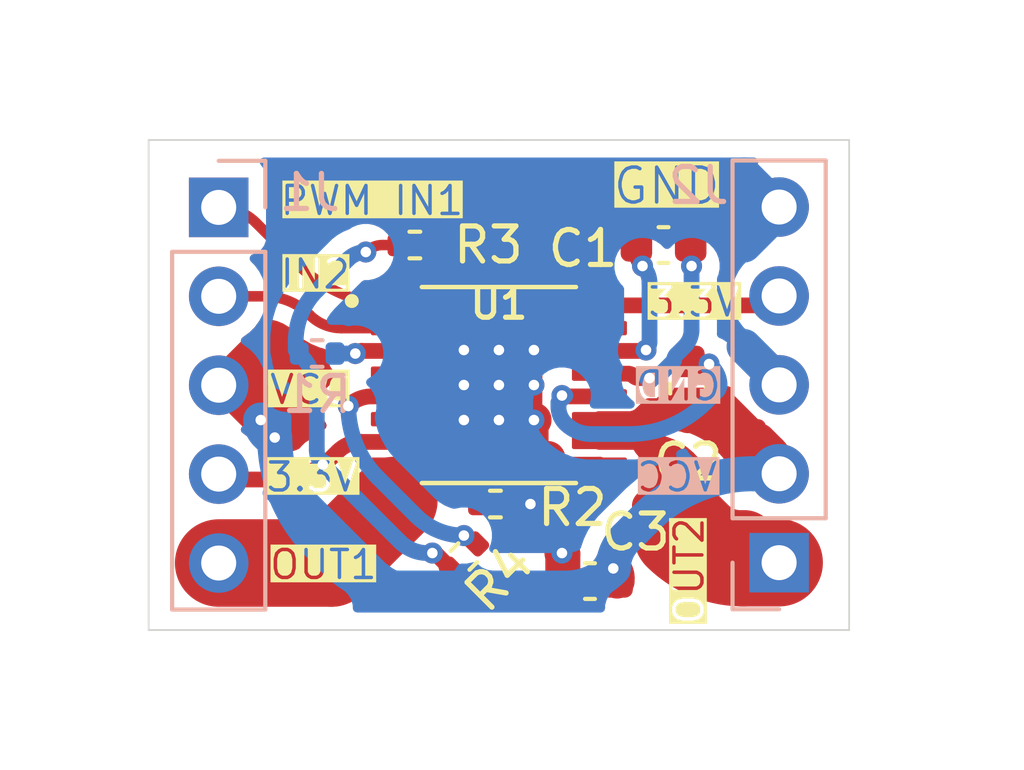
<source format=kicad_pcb>
(kicad_pcb (version 20241229) (generator "pcbnew") (generator_version "9.0")
  (layers (0 "F.Cu" signal) (2 "B.Cu" signal) (13 "F.Paste" user) (15 "B.Paste" user) (5 "F.SilkS" user "F.Silkscreen") (7 "B.SilkS" user "B.Silkscreen") (1 "F.Mask" user) (3 "B.Mask" user) (25 "Edge.Cuts" user))
  (net 0 "")
  (net 1 "Net-(U1-CPH)")
  (net 2 "Net-(U1-CPL)")
  (net 3 "Net-(U1-VCP)")
  (net 4 "VCC")
  (net 5 "GND")
  (net 6 "PWM IN1")
  (net 7 "OUT1")
  (net 8 "+3.3V")
  (net 9 "OUT2")
  (net 10 "Net-(U1-NSLEEP)")
  (net 11 "Net-(U1-IPROPI)")
  (net 12 "Net-(U1-NFAULT)")
  (net 13 "Net-(U1-VREF)")
  (net 14 "PWM IN2")
  (footprint "Capacitor_SMD:C_0603_1608Metric" (layer "F.Cu") (at 154.7 96 180)
    (property "Reference" "C1" (at 2.3 -0.1 0) (layer "F.SilkS"))
    (property "Value" "22nF")
    (fp_line (start -0.14058 0.51) (end 0.14058 0.51) (stroke (width 0.12)) (layer "F.SilkS"))
    (fp_line (start -0.14058 -0.51) (end 0.14058 -0.51) (stroke (width 0.12)) (layer "F.SilkS"))
    (pad "1" smd roundrect (at -0.775 0 180) (size 0.9 0.95) (layers "F.Cu" "F.Mask" "F.Paste") (net 1 "Net-(U1-CPH)"))
    (pad "2" smd roundrect (at 0.775 0 180) (size 0.9 0.95) (layers "F.Cu" "F.Mask" "F.Paste") (net 2 "Net-(U1-CPL)"))
  )
  (footprint "Capacitor_SMD:C_0603_1608Metric" (layer "F.Cu") (at 152.6 105.6 180)
    (property "Reference" "C3" (at -1.3 1.4 0) (layer "F.SilkS"))
    (property "Value" "0.1uF")
    (fp_line (start -0.14058 0.51) (end 0.14058 0.51) (stroke (width 0.12)) (layer "F.SilkS"))
    (fp_line (start -0.14058 -0.51) (end 0.14058 -0.51) (stroke (width 0.12)) (layer "F.SilkS"))
    (pad "1" smd roundrect (at -0.775 0 180) (size 0.9 0.95) (layers "F.Cu" "F.Mask" "F.Paste") (net 4 "VCC"))
    (pad "2" smd roundrect (at 0.775 0 180) (size 0.9 0.95) (layers "F.Cu" "F.Mask" "F.Paste") (net 5 "GND"))
  )
  (footprint "Resistor_SMD:R_0402_1005Metric" (layer "F.Cu") (at 147.6 96)
    (property "Reference" "R3" (at 2.1 0 0) (layer "F.SilkS"))
    (property "Value" "10k")
    (fp_line (start -0.153641 -0.38) (end 0.153641 -0.38) (stroke (width 0.12)) (layer "F.SilkS"))
    (fp_line (start -0.153641 0.38) (end 0.153641 0.38) (stroke (width 0.12)) (layer "F.SilkS"))
    (pad "1" smd roundrect (at -0.51 0) (size 0.54 0.64) (layers "F.Cu" "F.Mask" "F.Paste") (net 8 "+3.3V"))
    (pad "2" smd roundrect (at 0.51 0) (size 0.54 0.64) (layers "F.Cu" "F.Mask" "F.Paste") (net 12 "Net-(U1-NFAULT)"))
  )
  (footprint "Resistor_SMD:R_0402_1005Metric" (layer "F.Cu") (at 149 104.9 45)
    (property "Reference" "R4" (at 0.282843 1.131371 45) (layer "F.SilkS"))
    (property "Value" "10k")
    (fp_line (start -0.153641 -0.38) (end 0.153641 -0.38) (stroke (width 0.12)) (layer "F.SilkS"))
    (fp_line (start -0.153641 0.38) (end 0.153641 0.38) (stroke (width 0.12)) (layer "F.SilkS"))
    (pad "1" smd roundrect (at -0.509999 0 45) (size 0.54 0.64) (layers "F.Cu" "F.Mask" "F.Paste") (net 8 "+3.3V"))
    (pad "2" smd roundrect (at 0.509999 0 45) (size 0.54 0.64) (layers "F.Cu" "F.Mask" "F.Paste") (net 13 "Net-(U1-VREF)"))
  )
  (footprint "Motor Driver IC:DRV8874 IC" (layer "F.Cu") (at 150 100)
    (property "Reference" "U1" (at 0 -2.3 0) (layer "F.SilkS") (effects (font (size 0.8 0.8))))
    (property "Value" "DRV8874PWPR")
    (fp_line (start -2.2 -2.8) (end 2.2 -2.8) (stroke (width 0.127)) (layer "F.SilkS"))
    (fp_line (start -2.2 2.8) (end 2.2 2.8) (stroke (width 0.127)) (layer "F.SilkS"))
    (fp_circle (center -4.2 -2.4) (end -4.1 -2.4) (stroke (width 0.2)) (fill no) (layer "F.SilkS"))
    (pad "1" smd roundrect (at -2.87 -2.275) (size 1.57 0.41) (layers "F.Cu" "F.Mask" "F.Paste") (roundrect_rratio 0.125) (net 6 "PWM IN1"))
    (pad "2" smd roundrect (at -2.87 -1.625) (size 1.57 0.41) (layers "F.Cu" "F.Mask" "F.Paste") (roundrect_rratio 0.125) (net 14 "PWM IN2"))
    (pad "3" smd roundrect (at -2.87 -0.975) (size 1.57 0.41) (layers "F.Cu" "F.Mask" "F.Paste") (roundrect_rratio 0.125) (net 10 "Net-(U1-NSLEEP)"))
    (pad "4" smd roundrect (at -2.87 -0.325) (size 1.57 0.41) (layers "F.Cu" "F.Mask" "F.Paste") (roundrect_rratio 0.125) (net 12 "Net-(U1-NFAULT)"))
    (pad "5" smd roundrect (at -2.87 0.325) (size 1.57 0.41) (layers "F.Cu" "F.Mask" "F.Paste") (roundrect_rratio 0.125) (net 13 "Net-(U1-VREF)"))
    (pad "6" smd roundrect (at -2.87 0.975) (size 1.57 0.41) (layers "F.Cu" "F.Mask" "F.Paste") (roundrect_rratio 0.125) (net 11 "Net-(U1-IPROPI)"))
    (pad "7" smd roundrect (at -2.87 1.625) (size 1.57 0.41) (layers "F.Cu" "F.Mask" "F.Paste") (roundrect_rratio 0.125) (net 8 "+3.3V"))
    (pad "8" smd roundrect (at -2.87 2.275) (size 1.57 0.41) (layers "F.Cu" "F.Mask" "F.Paste") (roundrect_rratio 0.125) (net 7 "OUT1"))
    (pad "9" smd roundrect (at 2.87 2.275) (size 1.57 0.41) (layers "F.Cu" "F.Mask" "F.Paste") (roundrect_rratio 0.125) (net 5 "GND"))
    (pad "10" smd roundrect (at 2.87 1.625) (size 1.57 0.41) (layers "F.Cu" "F.Mask" "F.Paste") (roundrect_rratio 0.125) (net 9 "OUT2"))
    (pad "11" smd roundrect (at 2.87 0.975) (size 1.57 0.41) (layers "F.Cu" "F.Mask" "F.Paste") (roundrect_rratio 0.125) (net 4 "VCC"))
    (pad "12" smd roundrect (at 2.87 0.325) (size 1.57 0.41) (layers "F.Cu" "F.Mask" "F.Paste") (roundrect_rratio 0.125) (net 3 "Net-(U1-VCP)"))
    (pad "13" smd roundrect (at 2.87 -0.325) (size 1.57 0.41) (layers "F.Cu" "F.Mask" "F.Paste") (roundrect_rratio 0.125) (net 1 "Net-(U1-CPH)"))
    (pad "14" smd roundrect (at 2.87 -0.975) (size 1.57 0.41) (layers "F.Cu" "F.Mask" "F.Paste") (roundrect_rratio 0.125) (net 2 "Net-(U1-CPL)"))
    (pad "15" smd roundrect (at 2.87 -1.625) (size 1.57 0.41) (layers "F.Cu" "F.Mask" "F.Paste") (roundrect_rratio 0.125) (net 5 "GND"))
    (pad "16" smd roundrect (at 2.87 -2.275) (size 1.57 0.41) (layers "F.Cu" "F.Mask" "F.Paste") (roundrect_rratio 0.125) (net 8 "+3.3V"))
    (pad "17" smd rect (at 0 0) (size 2.48 3.4) (layers "F.Cu" "F.Mask") (net 5 "GND"))
  )
  (footprint "Resistor_SMD:R_0402_1005Metric" (layer "F.Cu") (at 149.9 103.4)
    (property "Reference" "R2" (at 2.2 0.1 0) (layer "F.SilkS"))
    (property "Value" "2.49k")
    (fp_line (start -0.153641 -0.38) (end 0.153641 -0.38) (stroke (width 0.12)) (layer "F.SilkS"))
    (fp_line (start -0.153641 0.38) (end 0.153641 0.38) (stroke (width 0.12)) (layer "F.SilkS"))
    (pad "1" smd roundrect (at -0.51 0) (size 0.54 0.64) (layers "F.Cu" "F.Mask" "F.Paste") (net 11 "Net-(U1-IPROPI)"))
    (pad "2" smd roundrect (at 0.51 0) (size 0.54 0.64) (layers "F.Cu" "F.Mask" "F.Paste") (net 5 "GND"))
  )
  (footprint "Capacitor_SMD:C_0603_1608Metric" (layer "F.Cu") (at 155.4 100.1 90)
    (property "Reference" "C2" (at -2.1 0 180) (layer "F.SilkS"))
    (property "Value" "0.1uF")
    (fp_line (start -0.14058 -0.51) (end 0.14058 -0.51) (stroke (width 0.12)) (layer "F.SilkS"))
    (fp_line (start -0.14058 0.51) (end 0.14058 0.51) (stroke (width 0.12)) (layer "F.SilkS"))
    (pad "1" smd roundrect (at -0.775 0 90) (size 0.9 0.95) (layers "F.Cu" "F.Mask" "F.Paste") (net 4 "VCC"))
    (pad "2" smd roundrect (at 0.775 0 90) (size 0.9 0.95) (layers "F.Cu" "F.Mask" "F.Paste") (net 3 "Net-(U1-VCP)"))
  )
  (footprint "Connector_PinHeader_2.54mm:PinHeader_1x05_P2.54mm_Vertical" (layer "B.Cu") (at 158 105.075)
    (property "Reference" "J2" (at -2.3 -10.775 0) (layer "B.SilkS") (effects (justify mirror)))
    (property "Value" "Conn_01x05_Pin")
    (fp_line (start -1.33 -11.49) (end 1.33 -11.49) (stroke (width 0.12)) (layer "B.SilkS"))
    (fp_line (start -1.33 -1.27) (end -1.33 -11.49) (stroke (width 0.12)) (layer "B.SilkS"))
    (fp_line (start -1.33 -1.27) (end 1.33 -1.27) (stroke (width 0.12)) (layer "B.SilkS"))
    (fp_line (start -1.33 0) (end -1.33 1.33) (stroke (width 0.12)) (layer "B.SilkS"))
    (fp_line (start -1.33 1.33) (end 0 1.33) (stroke (width 0.12)) (layer "B.SilkS"))
    (fp_line (start 1.33 -1.27) (end 1.33 -11.49) (stroke (width 0.12)) (layer "B.SilkS"))
    (pad "1" thru_hole rect (at 0 0) (size 1.7 1.7) (drill 1) (layers "*.Cu" "*.Mask") (net 9 "OUT2"))
    (pad "2" thru_hole oval (at 0 -2.54) (size 1.7 1.7) (drill 1) (layers "*.Cu" "*.Mask") (net 4 "VCC"))
    (pad "3" thru_hole oval (at 0 -5.08) (size 1.7 1.7) (drill 1) (layers "*.Cu" "*.Mask") (net 5 "GND"))
    (pad "4" thru_hole oval (at 0 -7.62) (size 1.7 1.7) (drill 1) (layers "*.Cu" "*.Mask") (net 8 "+3.3V"))
    (pad "5" thru_hole oval (at 0 -10.16) (size 1.7 1.7) (drill 1) (layers "*.Cu" "*.Mask") (net 5 "GND"))
  )
  (footprint "Resistor_SMD:R_0402_1005Metric" (layer "B.Cu") (at 144.81 99.1)
    (property "Reference" "R1" (at 0 1.17 0) (layer "B.SilkS") (effects (justify mirror)))
    (property "Value" "10k")
    (fp_line (start -0.153641 -0.38) (end 0.153641 -0.38) (stroke (width 0.12)) (layer "B.SilkS"))
    (fp_line (start -0.153641 0.38) (end 0.153641 0.38) (stroke (width 0.12)) (layer "B.SilkS"))
    (pad "1" smd roundrect (at -0.51 0) (size 0.54 0.64) (layers "B.Cu" "B.Mask" "B.Paste") (net 8 "+3.3V"))
    (pad "2" smd roundrect (at 0.51 0) (size 0.54 0.64) (layers "B.Cu" "B.Mask" "B.Paste") (net 10 "Net-(U1-NSLEEP)"))
  )
  (footprint "Connector_PinHeader_2.54mm:PinHeader_1x05_P2.54mm_Vertical" (layer "B.Cu") (at 142 94.925 180)
    (property "Reference" "J1" (at -2.6 0.425 0) (layer "B.SilkS") (effects (justify mirror)))
    (property "Value" "Conn_01x05_Pin")
    (fp_line (start 1.33 -1.27) (end 1.33 -11.49) (stroke (width 0.12)) (layer "B.SilkS"))
    (fp_line (start -1.33 1.33) (end 0 1.33) (stroke (width 0.12)) (layer "B.SilkS"))
    (fp_line (start -1.33 0) (end -1.33 1.33) (stroke (width 0.12)) (layer "B.SilkS"))
    (fp_line (start -1.33 -1.27) (end 1.33 -1.27) (stroke (width 0.12)) (layer "B.SilkS"))
    (fp_line (start -1.33 -1.27) (end -1.33 -11.49) (stroke (width 0.12)) (layer "B.SilkS"))
    (fp_line (start -1.33 -11.49) (end 1.33 -11.49) (stroke (width 0.12)) (layer "B.SilkS"))
    (pad "1" thru_hole rect (at 0 0 180) (size 1.7 1.7) (drill 1) (layers "*.Cu" "*.Mask") (net 6 "PWM IN1"))
    (pad "2" thru_hole oval (at 0 -2.54 180) (size 1.7 1.7) (drill 1) (layers "*.Cu" "*.Mask") (net 14 "PWM IN2"))
    (pad "3" thru_hole oval (at 0 -5.08 180) (size 1.7 1.7) (drill 1) (layers "*.Cu" "*.Mask") (net 4 "VCC"))
    (pad "4" thru_hole oval (at 0 -7.62 180) (size 1.7 1.7) (drill 1) (layers "*.Cu" "*.Mask") (net 8 "+3.3V"))
    (pad "5" thru_hole oval (at 0 -10.16 180) (size 1.7 1.7) (drill 1) (layers "*.Cu" "*.Mask") (net 7 "OUT1"))
  )
  (gr_curve (pts (xy 154.2 102.1) (xy 154.6 103) (xy 154 103.8) (xy 154 104)) (stroke (width 0.2)) (layer "F.Cu") (net 9))
  (gr_line (start 140 107) (end 140 93) (stroke (width 0.05)) (layer "Edge.Cuts"))
  (gr_line (start 150 93) (end 140 93) (stroke (width 0.05)) (layer "Edge.Cuts"))
  (gr_line (start 160 107) (end 140 107) (stroke (width 0.05)) (layer "Edge.Cuts"))
  (gr_line (start 150 93) (end 160 93) (stroke (width 0.05)) (layer "Edge.Cuts"))
  (gr_line (start 160 93) (end 160 107) (stroke (width 0.05)) (layer "Edge.Cuts"))
  (gr_text "PWM IN1" (at 143.7 95.2 0) (layer "F.SilkS" knockout) (effects (font (size 0.8 0.8) (thickness 0.1)) (justify left bottom)))
  (gr_text "GND" (at 153.2 94.9 0) (layer "F.SilkS" knockout) (effects (font (size 1 1) (thickness 0.1)) (justify left bottom)))
  (gr_text "3.3V" (at 143.3 103.1 0) (layer "F.SilkS" knockout) (effects (font (size 0.8 0.8) (thickness 0.1)) (justify left bottom)))
  (gr_text "VCC" (at 143.4 100.6 0) (layer "F.SilkS" knockout) (effects (font (size 0.8 0.8) (thickness 0.1)) (justify left bottom)))
  (gr_text "OUT1" (at 143.4 105.6 0) (layer "F.SilkS" knockout) (effects (font (size 0.8 0.8) (thickness 0.1)) (justify left bottom)))
  (gr_text "IN2" (at 143.7 97.3 0) (layer "F.SilkS" knockout) (effects (font (size 0.8 0.8) (thickness 0.1)) (justify left bottom)))
  (gr_text "3.3V" (at 154.2 98.1 0) (layer "F.SilkS" knockout) (effects (font (size 0.8 0.8) (thickness 0.1)) (justify left bottom)))
  (gr_text "OUT2" (at 155.9 106.9 90) (layer "F.SilkS" knockout) (effects (font (size 0.8 0.8) (thickness 0.1)) (justify left bottom)))
  (gr_text "GND" (at 156.4 100.5 0) (layer "B.SilkS" knockout) (effects (font (size 0.8 0.8) (thickness 0.1)) (justify left bottom mirror)))
  (gr_text "VCC" (at 156.3 103.1 0) (layer "B.SilkS" knockout) (effects (font (size 0.8 0.8) (thickness 0.1)) (justify left bottom mirror)))
  (segment (start 153.983412 99.8) (end 154.3 99.8) (width 0.45) (layer "F.Cu") (net 1))
  (segment (start 152.87 99.675) (end 153.681635 99.675) (width 0.45) (layer "F.Cu") (net 1))
  (segment (start 155.475 96) (end 155.475 96.539645) (width 0.45) (layer "F.Cu") (net 1))
  (via (at 155.5 96.6) (size 0.6) (drill 0.3) (layers "F.Cu" "B.Cu") (net 1))
  (via (at 154.3 99.8) (size 0.6) (drill 0.3) (layers "F.Cu" "B.Cu") (net 1))
  (arc (start 153.85372 99.74628) (mid 153.913224 99.786038) (end 153.983412 99.8) (width 0.45) (layer "F.Cu") (net 1))
  (arc (start 155.475 96.539645) (mid 155.481498 96.572308) (end 155.5 96.6) (width 0.45) (layer "F.Cu") (net 1))
  (arc (start 153.681635 99.675) (mid 153.774766 99.693525) (end 153.85372 99.74628) (width 0.45) (layer "F.Cu") (net 1))
  (segment (start 155 99.3) (end 154.641421 99.658579) (width 0.45) (layer "B.Cu") (net 1))
  (segment (start 155.5 96.6) (end 155.5 98.417157) (width 0.45) (layer "B.Cu") (net 1))
  (segment (start 155.3 98.9) (end 155.070711 99.129289) (width 0.45) (layer "B.Cu") (net 1))
  (arc (start 155.5 98.417157) (mid 155.448022 98.67847) (end 155.3 98.9) (width 0.45) (layer "B.Cu") (net 1))
  (arc (start 155.070711 99.129289) (mid 155.018377 99.207611) (end 155 99.3) (width 0.45) (layer "B.Cu") (net 1))
  (arc (start 154.641421 99.658579) (mid 154.484775 99.763246) (end 154.3 99.8) (width 0.45) (layer "B.Cu") (net 1))
  (segment (start 152.87 99.025) (end 154.139645 99.025) (width 0.45) (layer "F.Cu") (net 2))
  (segment (start 153.925 96) (end 153.925 96.177513) (width 0.45) (layer "F.Cu") (net 2))
  (via (at 154.1 96.6) (size 0.6) (drill 0.3) (layers "F.Cu" "B.Cu") (net 2))
  (via (at 154.2 99) (size 0.6) (drill 0.3) (layers "F.Cu" "B.Cu") (net 2))
  (arc (start 153.925 96.177513) (mid 153.970481 96.406161) (end 154.1 96.6) (width 0.45) (layer "F.Cu") (net 2))
  (arc (start 154.139645 99.025) (mid 154.172309 99.018502) (end 154.2 99) (width 0.45) (layer "F.Cu") (net 2))
  (segment (start 154.3 97.082843) (end 154.3 97.4) (width 0.45) (layer "B.Cu") (net 2))
  (segment (start 154.3 97.4) (end 154.3 98.758579) (width 0.45) (layer "B.Cu") (net 2))
  (arc (start 154.1 96.6) (mid 154.248021 96.821531) (end 154.3 97.082843) (width 0.45) (layer "B.Cu") (net 2))
  (arc (start 154.3 98.758579) (mid 154.27401 98.889235) (end 154.2 99) (width 0.45) (layer "B.Cu") (net 2))
  (segment (start 151.8 100.301874) (end 151.811255 100.313129) (width 0.45) (layer "F.Cu") (net 3))
  (segment (start 151.8 100.3) (end 151.8 100.301874) (width 0.45) (layer "F.Cu") (net 3))
  (segment (start 151.860355 100.325) (end 152.87 100.325) (width 0.45) (layer "F.Cu") (net 3))
  (via (at 151.8 100.3) (size 0.6) (drill 0.3) (layers "F.Cu" "B.Cu") (net 3))
  (via (at 156 99.4) (size 0.6) (drill 0.3) (layers "F.Cu" "B.Cu") (net 3))
  (arc (start 151.811255 100.313129) (mid 151.835583 100.321314) (end 151.860355 100.325) (width 0.45) (layer "F.Cu") (net 3))
  (segment (start 153.727208 101.4) (end 152.624264 101.4) (width 0.45) (layer "B.Cu") (net 3))
  (segment (start 156.229289 100.17071) (end 155.9 100.5) (width 0.45) (layer "B.Cu") (net 3))
  (segment (start 151.7 100.5) (end 151.9 100.3) (width 0.45) (layer "B.Cu") (net 3))
  (segment (start 151.7 100.617157) (end 151.7 100.5) (width 0.45) (layer "B.Cu") (net 3))
  (segment (start 156 99.4) (end 156.087868 99.487868) (width 0.45) (layer "B.Cu") (net 3))
  (arc (start 156.087868 99.487868) (mid 156.244868 99.722836) (end 156.3 100) (width 0.45) (layer "B.Cu") (net 3))
  (arc (start 156.3 100) (mid 156.281623 100.092388) (end 156.229289 100.17071) (width 0.45) (layer "B.Cu") (net 3))
  (arc (start 152.624264 101.4) (mid 152.232295 101.322033) (end 151.9 101.1) (width 0.45) (layer "B.Cu") (net 3))
  (arc (start 151.9 101.1) (mid 151.751978 100.87847) (end 151.7 100.617157) (width 0.45) (layer "B.Cu") (net 3))
  (arc (start 155.9 100.5) (mid 154.903114 101.166098) (end 153.727208 101.4) (width 0.45) (layer "B.Cu") (net 3))
  (segment (start 152.87 100.975) (end 153.473959 100.975) (width 0.45) (layer "F.Cu") (net 4))
  (segment (start 157.36734 102.535) (end 158 102.535) (width 0.45) (layer "F.Cu") (net 4))
  (segment (start 152.87 100.975) (end 154.508274 100.975) (width 0.45) (layer "F.Cu") (net 4))
  (segment (start 156.4 100.3) (end 157.3 101.2) (width 0.45) (layer "F.Cu") (net 4))
  (segment (start 152.87 100.975) (end 153.7 100.975) (width 0.45) (layer "F.Cu") (net 4))
  (segment (start 156.4 100.3) (end 154.9 100.3) (width 0.45) (layer "F.Cu") (net 4))
  (segment (start 155.4 100.875) (end 155.575 100.7) (width 1) (layer "F.Cu") (net 4))
  (segment (start 154.9 100.3) (end 154.6 100.6) (width 0.45) (layer "F.Cu") (net 4))
  (segment (start 154.084099 100.815901) (end 154.3 100.6) (width 0.45) (layer "F.Cu") (net 4))
  (segment (start 156.6 100.5) (end 157.229289 101.129289) (width 0.2) (layer "F.Cu") (net 4))
  (segment (start 157.3 101.2) (end 157.4 101.2) (width 0.45) (layer "F.Cu") (net 4))
  (segment (start 154.9 100.7) (end 155 100.7) (width 1) (layer "F.Cu") (net 4))
  (segment (start 153.375 105.504465) (end 153.375 105.6) (width 1) (layer "F.Cu") (net 4))
  (segment (start 142 100.005) (end 143.246508 100.005) (width 1) (layer "F.Cu") (net 4))
  (segment (start 142.162175 99.937825) (end 143.1 99) (width 1) (layer "F.Cu") (net 4))
  (segment (start 154.3 100.6) (end 154.6 100.6) (width 0.45) (layer "F.Cu") (net 4))
  (segment (start 157.745962 101.921698) (end 157.412132 101.587868) (width 1) (layer "F.Cu") (net 4))
  (segment (start 142.349957 100.149957) (end 143.2 101) (width 1) (layer "F.Cu") (net 4))
  (segment (start 157.376906 102.276906) (end 156.2 101.1) (width 0.45) (layer "F.Cu") (net 4))
  (segment (start 156.694064 101.994063) (end 156.5 101.8) (width 0.45) (layer "F.Cu") (net 4))
  (segment (start 155.575 100.7) (end 156.1 100.7) (width 1) (layer "F.Cu") (net 4))
  (via (at 143.6 101.5) (size 0.6) (drill 0.3) (layers "F.Cu" "B.Cu") (net 4))
  (via (at 153.265318 105.239669) (size 0.6) (drill 0.3) (layers "F.Cu" "B.Cu") (net 4))
  (via (at 143.2 101) (size 0.6) (drill 0.3) (layers "F.Cu" "B.Cu") (net 4))
  (arc (start 143.246508 100.005) (mid 143.383697 99.977711) (end 143.5 99.9) (width 1) (layer "F.Cu") (net 4))
  (arc (start 142 100.005) (mid 142.087768 99.987542) (end 142.162175 99.937825) (width 1) (layer "F.Cu") (net 4))
  (arc (start 153.375 105.504465) (mid 153.346495 105.361158) (end 153.265318 105.239669) (width 1) (layer "F.Cu") (net 4))
  (arc (start 158 102.535) (mid 157.662784 102.467924) (end 157.376906 102.276906) (width 0.45) (layer "F.Cu") (net 4))
  (arc (start 153.7 100.975) (mid 153.907873 100.933652) (end 154.084099 100.815901) (width 0.45) (layer "F.Cu") (net 4))
  (arc (start 157.229289 101.129289) (mid 157.307612 101.181623) (end 157.4 101.2) (width 0.2) (layer "F.Cu") (net 4))
  (arc (start 158 102.535) (mid 157.933978 102.203083) (end 157.745962 101.921698) (width 1) (layer "F.Cu") (net 4))
  (arc (start 154.508274 100.975) (mid 155.586188 101.189411) (end 156.5 101.8) (width 0.45) (layer "F.Cu") (net 4))
  (arc (start 158 102.535) (mid 157.293232 102.394415) (end 156.694064 101.994063) (width 0.45) (layer "F.Cu") (net 4))
  (arc (start 142 100.005) (mid 142.189395 100.042673) (end 142.349957 100.149957) (width 1) (layer "F.Cu") (net 4))
  (segment (start 147.1 105.8) (end 151.912559 105.8) (width 1) (layer "B.Cu") (net 4))
  (segment (start 144.872792 104.572792) (end 145.392894 105.092894) (width 1) (layer "B.Cu") (net 4))
  (segment (start 157.25398 102.535) (end 158 102.535) (width 1) (layer "B.Cu") (net 4))
  (segment (start 143.359099 101.384099) (end 143.475 101.5) (width 1) (layer "B.Cu") (net 4))
  (segment (start 153.622398 104.377603) (end 154.2 103.8) (width 1) (layer "B.Cu") (net 4))
  (arc (start 145.392894 105.092894) (mid 146.176121 105.616229) (end 147.1 105.8) (width 1) (layer "B.Cu") (net 4))
  (arc (start 143.2 101) (mid 143.241348 101.207873) (end 143.359099 101.384099) (width 1) (layer "B.Cu") (net 4))
  (arc (start 153.265318 105.239669) (mid 153.35812 104.773122) (end 153.622398 104.377603) (width 1) (layer "B.Cu") (net 4))
  (arc (start 154.2 103.8) (mid 155.601178 102.863763) (end 157.25398 102.535) (width 1) (layer "B.Cu") (net 4))
  (arc (start 151.912559 105.8) (mid 152.644667 105.654375) (end 153.265318 105.239669) (width 1) (layer "B.Cu") (net 4))
  (arc (start 143.6 101.5) (mid 143.930788 103.162983) (end 144.872792 104.572792) (width 1) (layer "B.Cu") (net 4))
  (segment (start 152.87 102.275) (end 152.87 102.43) (width 0.45) (layer "F.Cu") (net 5))
  (segment (start 151.825 104.825) (end 151.8 104.8) (width 1) (layer "F.Cu") (net 5))
  (segment (start 151.825 105.6) (end 151.825 104.825) (width 1) (layer "F.Cu") (net 5))
  (segment (start 151.8 102.6) (end 151.4 102.2) (width 0.45) (layer "F.Cu") (net 5))
  (segment (start 151.89128 102.20872) (end 151.95756 102.275) (width 0.45) (layer "F.Cu") (net 5))
  (segment (start 152.87 102.275) (end 151.95756 102.275) (width 0.45) (layer "F.Cu") (net 5))
  (segment (start 150.41 103.4) (end 150.9 103.4) (width 0.3) (layer "F.Cu") (net 5))
  (segment (start 152.87 102.43) (end 152.7 102.6) (width 0.45) (layer "F.Cu") (net 5))
  (segment (start 152.87 98.375) (end 151.943198 98.375) (width 0.45) (layer "F.Cu") (net 5))
  (segment (start 150.917157 101.200001) (end 150.917157 102) (width 1) (layer "F.Cu") (net 5))
  (segment (start 151.4 102.1) (end 151.4 102.2) (width 1) (layer "F.Cu") (net 5))
  (segment (start 151 99) (end 151.4 98.6) (width 1) (layer "F.Cu") (net 5))
  (segment (start 150 101) (end 151 101) (width 1) (layer "F.Cu") (net 5))
  (segment (start 152.7 102.6) (end 151.8 102.6) (width 0.45) (layer "F.Cu") (net 5))
  (via (at 151 100) (size 0.6) (drill 0.3) (layers "F.Cu" "B.Cu") (net 5))
  (via (at 151.8 104.8) (size 0.6) (drill 0.3) (layers "F.Cu" "B.Cu") (net 5))
  (via (at 150 100) (size 0.6) (drill 0.3) (layers "F.Cu" "B.Cu") (net 5))
  (via (at 151 101) (size 0.6) (drill 0.3) (layers "F.Cu" "B.Cu") (net 5))
  (via (at 150.9 103.4) (size 0.6) (drill 0.3) (layers "F.Cu" "B.Cu") (net 5))
  (via (at 150 101) (size 0.6) (drill 0.3) (layers "F.Cu" "B.Cu") (net 5))
  (via (at 151 99) (size 0.6) (drill 0.3) (layers "F.Cu" "B.Cu") (net 5))
  (via (at 149 101) (size 0.6) (drill 0.3) (layers "F.Cu" "B.Cu") (net 5))
  (via (at 149 99) (size 0.6) (drill 0.3) (layers "F.Cu" "B.Cu") (net 5))
  (via (at 149 100) (size 0.6) (drill 0.3) (layers "F.Cu" "B.Cu") (net 5))
  (via (at 150 99) (size 0.6) (drill 0.3) (layers "F.Cu" "B.Cu") (net 5))
  (arc (start 150.917157 102) (mid 151.17847 102.051978) (end 151.4 102.2) (width 1) (layer "F.Cu") (net 5))
  (arc (start 151 101) (mid 150.938687 101.091761) (end 150.917157 101.200001) (width 1) (layer "F.Cu") (net 5))
  (arc (start 151.943198 98.375) (mid 151.649222 98.433476) (end 151.4 98.6) (width 0.45) (layer "F.Cu") (net 5))
  (segment (start 158 99.995) (end 158 99.9) (width 1) (layer "B.Cu") (net 5))
  (segment (start 158 94.915) (end 157.915 94.915) (width 1) (layer "B.Cu") (net 5))
  (segment (start 157.915 94.915) (end 157 94) (width 1) (layer "B.Cu") (net 5))
  (segment (start 158 95) (end 157 96) (width 1) (layer "B.Cu") (net 5))
  (segment (start 156.585 94.915) (end 156.5 95) (width 1) (layer "B.Cu") (net 5))
  (segment (start 158 94.915) (end 157.085 94.915) (width 1) (layer "B.Cu") (net 5))
  (segment (start 158 94.915) (end 158 95) (width 1) (layer "B.Cu") (net 5))
  (segment (start 157.085 94.915) (end 156.4 95.6) (width 1) (layer "B.Cu") (net 5))
  (segment (start 158 99.9) (end 157 98.9) (width 1) (layer "B.Cu") (net 5))
  (segment (start 158 94.915) (end 156.585 94.915) (width 1) (layer "B.Cu") (net 5))
  (segment (start 144 96.3) (end 144.219383 96.519383) (width 0.3) (layer "F.Cu") (net 6))
  (segment (start 143.066941 95.366942) (end 144 96.3) (width 0.3) (layer "F.Cu") (net 6))
  (arc (start 144.219383 96.519383) (mid 145.554786 97.41167) (end 147.13 97.725) (width 0.3) (layer "F.Cu") (net 6))
  (arc (start 142 94.925) (mid 142.577425 95.039857) (end 143.066941 95.366942) (width 0.3) (layer "F.Cu") (net 6))
  (segment (start 142 105.085) (end 145.215 105.085) (width 2.5) (layer "F.Cu") (net 7))
  (segment (start 145.215 105.085) (end 147 103.3) (width 2.5) (layer "F.Cu") (net 7))
  (segment (start 143.6 102.7) (end 143.598988 102.698988) (width 0.45) (layer "F.Cu") (net 8))
  (segment (start 142.375215 102.698988) (end 142.374203 102.7) (width 0.45) (layer "F.Cu") (net 8))
  (segment (start 147.09 96) (end 146.682843 96) (width 0.3) (layer "F.Cu") (net 8))
  (segment (start 147.13 101.625) (end 146.063909 101.625) (width 0.45) (layer "F.Cu") (net 8))
  (segment (start 143.598988 102.698988) (end 142.375215 102.698988) (width 0.45) (layer "F.Cu") (net 8))
  (segment (start 148.234438 104.855686) (end 148.639376 105.260624) (width 0.45) (layer "F.Cu") (net 8))
  (segment (start 149.7 95.5) (end 151.256784 97.056784) (width 0.3) (layer "F.Cu") (net 8))
  (segment (start 152.87 97.725) (end 157.348162 97.725) (width 0.45) (layer "F.Cu") (net 8))
  (segment (start 147.6 95.2) (end 148.975736 95.2) (width 0.3) (layer "F.Cu") (net 8))
  (segment (start 147.295061 95.504939) (end 147.6 95.2) (width 0.3) (layer "F.Cu") (net 8))
  (segment (start 145.4 101.9) (end 145.307107 101.992893) (width 0.45) (layer "F.Cu") (net 8))
  (via (at 144.972148 102.272148) (size 0.6) (drill 0.3) (layers "F.Cu" "B.Cu") (net 8))
  (via (at 148.1 104.8) (size 0.6) (drill 0.3) (layers "F.Cu" "B.Cu") (net 8))
  (via (at 146.2 96.2) (size 0.6) (drill 0.3) (layers "F.Cu" "B.Cu") (net 8))
  (arc (start 148.975736 95.2) (mid 149.367704 95.277968) (end 149.7 95.5) (width 0.3) (layer "F.Cu") (net 8))
  (arc (start 157.348162 97.725) (mid 157.700935 97.654829) (end 158 97.455) (width 0.45) (layer "F.Cu") (net 8))
  (arc (start 147.09 96) (mid 147.143294 95.732075) (end 147.295061 95.504939) (width 0.3) (layer "F.Cu") (net 8))
  (arc (start 151.256784 97.056784) (mid 151.996934 97.551336) (end 152.87 97.725) (width 0.3) (layer "F.Cu") (net 8))
  (arc (start 148.1 104.8) (mid 148.172757 104.814472) (end 148.234438 104.855686) (width 0.45) (layer "F.Cu") (net 8))
  (arc (start 146.682843 96) (mid 146.42153 96.051978) (end 146.2 96.2) (width 0.3) (layer "F.Cu") (net 8))
  (arc (start 142.374203 102.7) (mid 142.171686 102.659717) (end 142 102.545) (width 0.45) (layer "F.Cu") (net 8))
  (arc (start 146.063909 101.625) (mid 145.704604 101.69647) (end 145.4 101.9) (width 0.45) (layer "F.Cu") (net 8))
  (arc (start 145.307107 101.992893) (mid 144.52388 102.516229) (end 143.6 102.7) (width 0.45) (layer "F.Cu") (net 8))
  (segment (start 144.2 98.8) (end 144.2 98.748528) (width 0.45) (layer "B.Cu") (net 8))
  (segment (start 147.175736 104.475736) (end 144.972148 102.272148) (width 0.45) (layer "B.Cu") (net 8))
  (segment (start 144.2 99) (end 144.3 99.1) (width 0.45) (layer "B.Cu") (net 8))
  (segment (start 144.2 98.8) (end 144.2 99) (width 0.45) (layer "B.Cu") (net 8))
  (segment (start 148.1 104.8) (end 147.958579 104.8) (width 0.45) (layer "B.Cu") (net 8))
  (segment (start 144.8 97.3) (end 145.687868 96.412132) (width 0.45) (layer "B.Cu") (net 8))
  (segment (start 144.8 100.307107) (end 144.8 101.856546) (width 0.45) (layer "B.Cu") (net 8))
  (arc (start 144.8 101.856546) (mid 144.84474 102.081468) (end 144.972148 102.272148) (width 0.45) (layer "B.Cu") (net 8))
  (arc (start 145.687868 96.412132) (mid 145.922836 96.255132) (end 146.2 96.2) (width 0.45) (layer "B.Cu") (net 8))
  (arc (start 144.3 99.1) (mid 144.670054 99.653826) (end 144.8 100.307107) (width 0.45) (layer "B.Cu") (net 8))
  (arc (start 147.958579 104.8) (mid 147.534908 104.715726) (end 147.175736 104.475736) (width 0.45) (layer "B.Cu") (net 8))
  (arc (start 144.2 98.748528) (mid 144.355935 97.964591) (end 144.8 97.3) (width 0.45) (layer "B.Cu") (net 8))
  (segment (start 155.4 102.1) (end 155.787868 102.487868) (width 0.45) (layer "F.Cu") (net 9))
  (segment (start 154.9 102.7) (end 154.949632 102.7) (width 0.45) (layer "F.Cu") (net 9))
  (segment (start 155 101.984924) (end 155 102.458579) (width 0.45) (layer "F.Cu") (net 9))
  (segment (start 154.5 102.8) (end 154.5 102.851472) (width 0.45) (layer "F.Cu") (net 9))
  (segment (start 156.105887 104.209871) (end 156.971016 105.075) (width 0.45) (layer "F.Cu") (net 9))
  (segment (start 154.658579 102.8) (end 154.5 102.8) (width 0.45) (layer "F.Cu") (net 9))
  (segment (start 155.32929 102.129289) (end 155 102.458579) (width 0.45) (layer "F.Cu") (net 9))
  (segment (start 154.958574 102.741426) (end 154.5 103.2) (width 1) (layer "F.Cu") (net 9))
  (segment (start 154.541426 102.641426) (end 155 103.1) (width 1) (layer "F.Cu") (net 9))
  (segment (start 154.029289 103.17071) (end 154 103.2) (width 0.2) (layer "F.Cu") (net 9))
  (segment (start 154.658579 102.8) (end 154.663191 102.8) (width 0.45) (layer "F.Cu") (net 9))
  (segment (start 156.971016 104.478555) (end 156.971016 105.075) (width 0.45) (layer "F.Cu") (net 9))
  (segment (start 154.1 102.114397) (end 154.1 103) (width 0.2) (layer "F.Cu") (net 9))
  (segment (start 152.87 101.625) (end 153.897285 101.625) (width 0.45) (layer "F.Cu") (net 9))
  (segment (start 153.9 103.441421) (end 153.9 103.758579) (width 0.2) (layer "F.Cu") (net 9))
  (segment (start 154.253249 101.625) (end 154.253249 101.662869) (width 0.45) (layer "F.Cu") (net 9))
  (segment (start 154.2 102.1) (end 154.019109 101.919109) (width 0.2) (layer "F.Cu") (net 9))
  (segment (start 153.897285 101.625) (end 154.253249 101.625) (width 0.45) (layer "F.Cu") (net 9))
  (segment (start 154.6 102.5) (end 154.6 101.929182) (width 0.45) (layer "F.Cu") (net 9))
  (segment (start 156.9 103.8) (end 157.017157 103.8) (width 0.45) (layer "F.Cu") (net 9))
  (segment (start 155.570704 103.012148) (end 155.341426 103.241426) (width 0.45) (layer "F.Cu") (net 9))
  (segment (start 158 105.075) (end 156.971016 105.075) (width 2.5) (layer "F.Cu") (net 9))
  (segment (start 155.432475 102.9) (end 154.904612 102.9) (width 0.45) (layer "F.Cu") (net 9))
  (segment (start 156 103.2) (end 156.387868 103.587868) (width 0.45) (layer "F.Cu") (net 9))
  (segment (start 156 103) (end 155.382843 103.617157) (width 0.45) (layer "F.Cu") (net 9))
  (arc (start 154.253249 101.662869) (mid 154.343367 102.115921) (end 154.6 102.5) (width 0.45) (layer "F.Cu") (net 9))
  (arc (start 157.017157 103.8) (mid 157.27847 103.851978) (end 157.5 104) (width 0.45) (layer "F.Cu") (net 9))
  (arc (start 153.9 103.758579) (mid 153.925989 103.889235) (end 154 104) (width 0.2) (layer "F.Cu") (net 9))
  (arc (start 154.9 102.7) (mid 154.789235 102.774011) (end 154.658579 102.8) (width 0.45) (layer "F.Cu") (net 9))
  (arc (start 156.387868 103.587868) (mid 156.622836 103.744868) (end 156.9 103.8) (width 0.45) (layer "F.Cu") (net 9))
  (arc (start 154.6 101.929182) (mid 154.625989 101.798526) (end 154.7 101.687761) (width 0.45) (layer "F.Cu") (net 9))
  (arc (start 154.949632 102.7) (mid 155.210945 102.751978) (end 155.432475 102.9) (width 0.45) (layer "F.Cu") (net 9))
  (arc (start 155.4 102.505709) (mid 155.583454 103.427995) (end 156.105887 104.209871) (width 0.45) (layer "F.Cu") (net 9))
  (arc (start 156.971016 105.075) (mid 155.958429 104.873584) (end 155.1 104.3) (width 2.5) (layer "F.Cu") (net 9))
  (arc (start 154.019109 101.919109) (mid 154.078977 102.008708) (end 154.1 102.114397) (width 0.2) (layer "F.Cu") (net 9))
  (arc (start 154.5 103.2) (mid 154.395329 103.356651) (end 154.358574 103.541426) (width 1) (layer "F.Cu") (net 9))
  (arc (start 155 103.1) (mid 155.156651 103.204671) (end 155.341426 103.241426) (width 1) (layer "F.Cu") (net 9))
  (arc (start 154.5 102.851472) (mid 154.655935 103.635409) (end 155.1 104.3) (width 0.45) (layer "F.Cu") (net 9))
  (arc (start 154.1 103) (mid 154.081623 103.092388) (end 154.029289 103.17071) (width 0.2) (layer "F.Cu") (net 9))
  (arc (start 155.06005 101.83995) (mid 155.015607 101.906465) (end 155 101.984924) (width 0.45) (layer "F.Cu") (net 9))
  (arc (start 154.019109 101.919109) (mid 153.928946 101.784171) (end 153.897285 101.625) (width 0.2) (layer "F.Cu") (net 9))
  (arc (start 154 103.2) (mid 153.925989 103.310765) (end 153.9 103.441421) (width 0.2) (layer "F.Cu") (net 9))
  (arc (start 154.253249 101.625) (mid 154.873866 101.748449) (end 155.4 102.1) (width 0.45) (layer "F.Cu") (net 9))
  (arc (start 155 102.458579) (mid 154.97401 102.589235) (end 154.9 102.7) (width 0.45) (layer "F.Cu") (net 9))
  (arc (start 155.382843 103.617157) (mid 155.173509 103.930448) (end 155.1 104.3) (width 0.45) (layer "F.Cu") (net 9))
  (arc (start 155.787868 102.487868) (mid 155.731429 102.771606) (end 155.570704 103.012148) (width 0.45) (layer "F.Cu") (net 9))
  (arc (start 155.787868 102.487868) (mid 155.944868 102.722836) (end 156 103) (width 0.45) (layer "F.Cu") (net 9))
  (arc (start 155.4 102.1) (mid 155.361732 102.107612) (end 155.32929 102.129289) (width 0.45) (layer "F.Cu") (net 9))
  (arc (start 155.62929 103.87071) (mid 155.52409 103.941002) (end 155.4 103.965685) (width 0.45) (layer "F.Cu") (net 9))
  (arc (start 154.904612 102.9) (mid 154.773956 102.874011) (end 154.663191 102.8) (width 0.45) (layer "F.Cu") (net 9))
  (segment (start 147.13 99.025) (end 146.081066 99.025) (width 0.45) (layer "F.Cu") (net 10))
  (via (at 145.9 99.1) (size 0.6) (drill 0.3) (layers "F.Cu" "B.Cu") (net 10))
  (arc (start 146.081066 99.025) (mid 145.983074 99.044492) (end 145.9 99.1) (width 0.45) (layer "F.Cu") (net 10))
  (segment (start 145.32 99.1) (end 145.9 99.1) (width 0.45) (layer "B.Cu") (net 10))
  (segment (start 148.8 103) (end 149.065649 103.265649) (width 0.2) (layer "F.Cu") (net 11))
  (segment (start 147.13 100.975) (end 147.556802 100.975) (width 0.2) (layer "F.Cu") (net 11))
  (segment (start 148.4 101.924264) (end 148.4 102.034315) (width 0.2) (layer "F.Cu") (net 11))
  (arc (start 148.1 101.2) (mid 148.322033 101.532295) (end 148.4 101.924264) (width 0.2) (layer "F.Cu") (net 11))
  (arc (start 149.065649 103.265649) (mid 149.214463 103.365083) (end 149.39 103.4) (width 0.2) (layer "F.Cu") (net 11))
  (arc (start 147.556802 100.975) (mid 147.850778 101.033476) (end 148.1 101.2) (width 0.2) (layer "F.Cu") (net 11))
  (arc (start 148.4 102.034315) (mid 148.503957 102.55694) (end 148.8 103) (width 0.2) (layer "F.Cu") (net 11))
  (segment (start 148.3 99.117157) (end 148.3 96.458701) (width 0.2) (layer "F.Cu") (net 12))
  (segment (start 147.13 99.675) (end 147.918934 99.675) (width 0.2) (layer "F.Cu") (net 12))
  (arc (start 148.3 96.458701) (mid 148.250621 96.210453) (end 148.11 96) (width 0.2) (layer "F.Cu") (net 12))
  (arc (start 148.1 99.6) (mid 148.248022 99.378469) (end 148.3 99.117157) (width 0.2) (layer "F.Cu") (net 12))
  (arc (start 147.918934 99.675) (mid 148.016926 99.655508) (end 148.1 99.6) (width 0.2) (layer "F.Cu") (net 12))
  (segment (start 147.13 100.325) (end 146.363909 100.325) (width 0.45) (layer "F.Cu") (net 13))
  (via (at 149 104.3) (size 0.6) (drill 0.3) (layers "F.Cu" "B.Cu") (net 13))
  (via (at 145.7 100.6) (size 0.6) (drill 0.3) (layers "F.Cu" "B.Cu") (net 13))
  (arc (start 146.363909 100.325) (mid 146.004604 100.39647) (end 145.7 100.6) (width 0.45) (layer "F.Cu") (net 13))
  (segment (start 147.192893 103.292893) (end 146.548528 102.648528) (width 0.45) (layer "B.Cu") (net 13))
  (segment (start 147.192893 103.292893) (end 147.305025 103.405025) (width 0.45) (layer "B.Cu") (net 13))
  (segment (start 147.305025 103.405025) (end 147.634315 103.734315) (width 0.45) (layer "B.Cu") (net 13))
  (arc (start 147.634315 103.734315) (mid 148.260897 104.152983) (end 149 104.3) (width 0.45) (layer "B.Cu") (net 13))
  (arc (start 146.548528 102.648528) (mid 145.920525 101.708655) (end 145.7 100.6) (width 0.45) (layer "B.Cu") (net 13))
  (segment (start 145.50533 98.375) (end 147.13 98.375) (width 0.3) (layer "F.Cu") (net 14))
  (segment (start 142 97.465) (end 143.308396 97.465) (width 0.3) (layer "F.Cu") (net 14))
  (arc (start 143.308396 97.465) (mid 144.007407 97.604042) (end 144.6 98) (width 0.3) (layer "F.Cu") (net 14))
  (arc (start 144.6 98) (mid 145.015369 98.277541) (end 145.50533 98.375) (width 0.3) (layer "F.Cu") (net 14))
  (zone (net 4) (net_name "VCC") (layers "F.Cu" "B.Cu") (connect_pads (clearance 0.5)) (min_thickness 0.25) (fill yes (thermal_gap 0.5) (thermal_bridge_width 0.5))
    (polygon (pts (xy 165 89) (xy 165 111) (xy 136 111) (xy 136 89)))
  )
  (zone (net 5) (net_name "GND") (layer "B.Cu") (priority 1) (connect_pads (clearance 0.5)) (min_thickness 0.25) (fill yes (thermal_gap 0.5) (thermal_bridge_width 0.5))
    (polygon (pts (xy 136 89) (xy 165 89) (xy 165 111) (xy 136 111)))
  )
)
</source>
